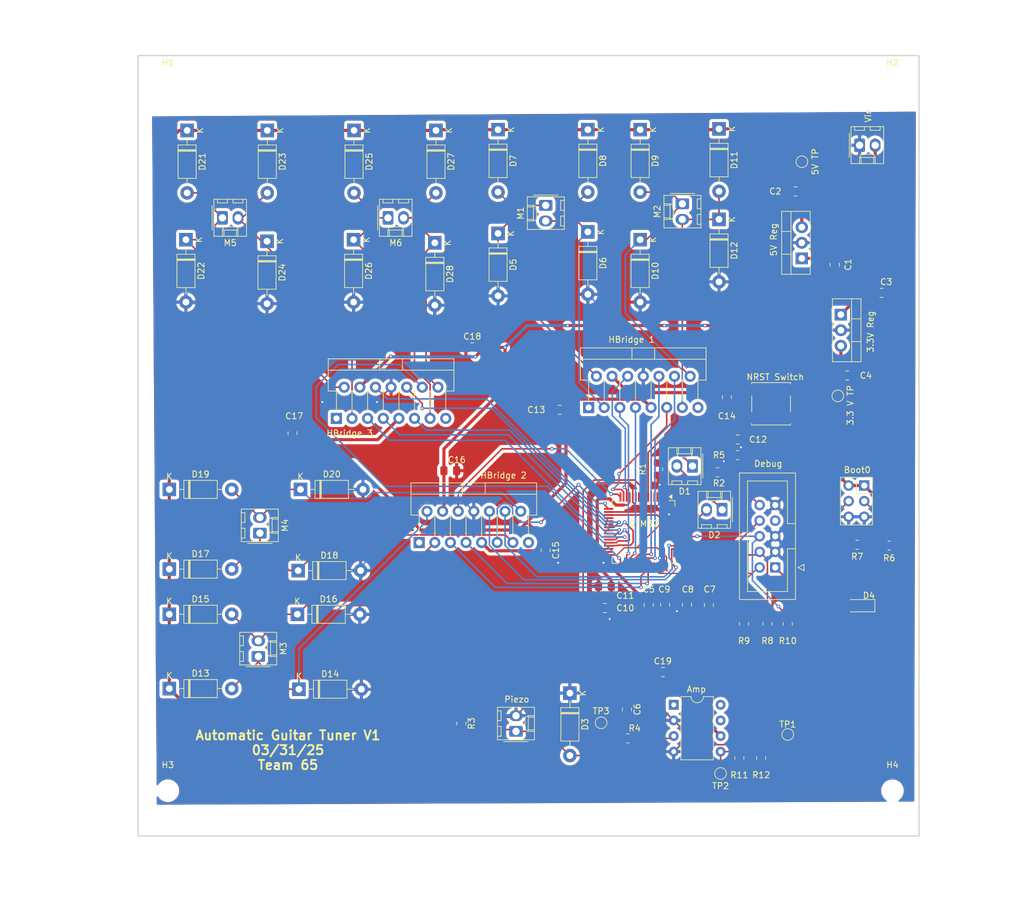
<source format=kicad_pcb>
(kicad_pcb (version 20240108) (generator "pcbnew") (generator_version "8.0")
  (layers (0 "F.Cu" signal) (31 "B.Cu" signal) (34 "B.Paste" user) (35 "F.Paste" user) (36 "B.SilkS" user "B.Silkscreen") (37 "F.SilkS" user "F.Silkscreen") (38 "B.Mask" user) (39 "F.Mask" user) (44 "Edge.Cuts" user))
  (net 0 "")
  (net 1 "GND")
  (net 2 "+9V")
  (net 3 "+5V")
  (net 4 "+3.3V")
  (net 5 "Net-(U2-+)")
  (net 6 "/NRST")
  (net 7 "Net-(D1-A)")
  (net 8 "Net-(D1-K)")
  (net 9 "Net-(D2-A)")
  (net 10 "Net-(D2-K)")
  (net 11 "Net-(D3-A)")
  (net 12 "Net-(D4-A)")
  (net 13 "Net-(D5-K)")
  (net 14 "Net-(D6-K)")
  (net 15 "Net-(D10-K)")
  (net 16 "Net-(D11-A)")
  (net 17 "Net-(D13-A)")
  (net 18 "Net-(D15-A)")
  (net 19 "Net-(D17-A)")
  (net 20 "Net-(D19-A)")
  (net 21 "Net-(D21-A)")
  (net 22 "Net-(D23-A)")
  (net 23 "Net-(D25-A)")
  (net 24 "Net-(D27-A)")
  (net 25 "Net-(J3-Pin_3)")
  (net 26 "Net-(J3-Pin_4)")
  (net 27 "/JTCK{slash}SWCLK")
  (net 28 "/JTDO{slash}TRACESWO")
  (net 29 "/JTDI")
  (net 31 "/JTMS{slash}SWDIO")
  (net 32 "/Amp_Sig")
  (net 36 "/M2En")
  (net 37 "/M1N")
  (net 39 "/M1P")
  (net 41 "/M1En")
  (net 42 "/M2P")
  (net 43 "/M2N")
  (net 45 "/M3P")
  (net 46 "/M4P")
  (net 48 "/M4En")
  (net 49 "/M3N")
  (net 50 "/M4N")
  (net 51 "/M3En")
  (net 52 "/M6N")
  (net 53 "/M5En")
  (net 54 "/M5N")
  (net 56 "/M6En")
  (net 57 "/M6P")
  (net 58 "/M5P")
  (net 87 "Net-(R11-Pad1)")
  (net 88 "Net-(U2-V+)")
  (footprint "Diode_SMD:D_SOD-123" (layer "F.Cu") (at 197.469361 114.415469 180)
    (property "Reference" "D4")
    (property "Value" "MBR0520")
  )
  (footprint "Diode_THT:D_DO-41_SOD81_P10.16mm_Horizontal" (layer "F.Cu") (at 174.481361 51.550469 -90)
    (property "Reference" "D12")
    (property "Value" "1N5817")
  )
  (footprint "Diode_THT:D_DO-41_SOD81_P10.16mm_Horizontal" (layer "F.Cu") (at 85.073361 127.904469)
    (property "Reference" "D13")
    (property "Value" "1N5817")
  )
  (footprint "Package_TO_SOT_THT:TO-220-15_P2.54x2.54mm_StaggerOdd_Lead4.58mm_Vertical" (layer "F.Cu") (at 112.251361 83.935469)
    (property "Reference" "U5" (hide yes))
    (property "Value" "L298N" (hide yes))
  )
  (footprint "Diode_THT:D_DO-41_SOD81_P10.16mm_Horizontal" (layer "F.Cu") (at 174.481361 36.818469 -90)
    (property "Reference" "D11")
    (property "Value" "1N5817")
  )
  (footprint "Diode_THT:D_DO-41_SOD81_P10.16mm_Horizontal" (layer "F.Cu") (at 85.073361 115.812469)
    (property "Reference" "D15")
    (property "Value" "1N5817")
  )
  (footprint "Diode_THT:D_DO-41_SOD81_P10.16mm_Horizontal" (layer "F.Cu") (at 153.145361 36.945469 -90)
    (property "Reference" "D8")
    (property "Value" "1N5817")
  )
  (footprint "Package_TO_SOT_THT:TO-220-15_P2.54x2.54mm_StaggerOdd_Lead4.58mm_Vertical" (layer "F.Cu") (at 153.272361 82.157469)
    (property "Reference" "U3" (hide yes))
    (property "Value" "L298N" (hide yes))
  )
  (footprint "TestPoint:TestPoint_Pad_D1.5mm" (layer "F.Cu") (at 174.735361 141.720469)
    (property "Reference" "TP2")
    (property "Value" "AMP")
  )
  (footprint "Resistor_SMD:R_0805_2012Metric_Pad1.20x1.40mm_HandSolder" (layer "F.Cu") (at 164.575361 92.190469 -90)
    (property "Reference" "R1")
    (property "Value" "2.2k")
  )
  (footprint "Connector_Molex:Molex_KK-254_AE-6410-02A_1x02_P2.54mm_Vertical" (layer "F.Cu") (at 170.163361 91.682469 180)
    (property "Reference" "D1")
    (property "Value" "LED")
  )
  (footprint "Resistor_SMD:R_0805_2012Metric_Pad1.20x1.40mm_HandSolder" (layer "F.Cu") (at 182.355361 117.352469 -90)
    (property "Reference" "R8")
    (property "Value" "100 kOhm")
  )
  (footprint "Diode_THT:D_DO-41_SOD81_P10.16mm_Horizontal" (layer "F.Cu") (at 85.073361 95.492469)
    (property "Reference" "D19")
    (property "Value" "1N5817")
  )
  (footprint "Diode_THT:D_DO-41_SOD81_P10.16mm_Horizontal" (layer "F.Cu") (at 128.253361 55.360469 -90)
    (property "Reference" "D28")
    (property "Value" "1N5817")
  )
  (footprint "MountingHole:MountingHole_3.2mm_M3" (layer "F.Cu") (at 84.836 144.526)
    (property "Reference" "H3")
    (property "Value" "MountingHole")
  )
  (footprint "Capacitor_SMD:C_0805_2012Metric_Pad1.18x1.45mm_HandSolder" (layer "F.Cu") (at 130.771861 92.444469)
    (property "Reference" "C16")
    (property "Value" "100 nF")
  )
  (footprint "Diode_THT:D_DO-41_SOD81_P10.16mm_Horizontal" (layer "F.Cu") (at 161.654361 36.945469 -90)
    (property "Reference" "D9")
    (property "Value" "1N5817")
  )
  (footprint "TestPoint:TestPoint_Pad_D1.5mm" (layer "F.Cu") (at 155.304361 133.465469)
    (property "Reference" "TP3")
    (property "Value" "LPF")
  )
  (footprint "Capacitor_SMD:C_0805_2012Metric_Pad1.18x1.45mm_HandSolder" (layer "F.Cu") (at 148.573361 82.538469)
    (property "Reference" "C13")
    (property "Value" "100 nF")
  )
  (footprint "Resistor_SMD:R_0805_2012Metric_Pad1.20x1.40mm_HandSolder" (layer "F.Cu") (at 177.783361 139.180469 -90)
    (property "Reference" "R11")
    (property "Value" "10 kOhm")
  )
  (footprint "Resistor_SMD:R_0805_2012Metric_Pad1.20x1.40mm_HandSolder" (layer "F.Cu") (at 132.571361 133.576469 -90)
    (property "Reference" "R3")
    (property "Value" "1 MOhm")
  )
  (footprint "Diode_THT:D_DO-41_SOD81_P10.16mm_Horizontal" (layer "F.Cu") (at 115.045361 54.852469 -90)
    (property "Reference" "D26")
    (property "Value" "1N5817")
  )
  (footprint "Capacitor_SMD:C_0805_2012Metric_Pad1.18x1.45mm_HandSolder" (layer "F.Cu") (at 175.751361 80.484969 -90)
    (property "Reference" "C14")
    (property "Value" "100 nF")
  )
  (footprint "TestPoint:TestPoint_Pad_D1.5mm" (layer "F.Cu") (at 185.657361 135.370469)
    (property "Reference" "TP1")
    (property "Value" "GND")
  )
  (footprint "Capacitor_SMD:C_0805_2012Metric_Pad1.18x1.45mm_HandSolder" (layer "F.Cu") (at 172.830361 114.309969 -90)
    (property "Reference" "C7")
    (property "Value" "100 nF")
  )
  (footprint "Package_DIP:DIP-8_W7.62mm" (layer "F.Cu") (at 167.115361 130.544469)
    (property "Reference" "U2" (hide yes))
    (property "Value" "LM386" (hide yes))
  )
  (footprint "Diode_THT:D_DO-41_SOD81_P10.16mm_Horizontal" (layer "F.Cu") (at 138.540361 53.836469 -90)
    (property "Reference" "D5")
    (property "Value" "1N5817")
  )
  (footprint "Package_TO_SOT_THT:TO-220-3_Vertical" (layer "F.Cu") (at 187.943361 57.900469 90)
    (property "Reference" "U1" (hide yes))
    (property "Value" "uA7805" (hide yes))
  )
  (footprint "Package_TO_SOT_THT:TO-220-15_P2.54x2.54mm_StaggerOdd_Lead4.58mm_Vertical" (layer "F.Cu") (at 125.713361 104.128469)
    (property "Reference" "U4" (hide yes))
    (property "Value" "L298N" (hide yes))
  )
  (footprint "Connector_Molex:Molex_KK-254_AE-6410-02A_1x02_P2.54mm_Vertical" (layer "F.Cu") (at 120.633361 51.296469)
    (property "Reference" "J10" (hide yes))
    (property "Value" "M6")
  )
  (footprint "Diode_THT:D_DO-41_SOD81_P10.16mm_Horizontal" (layer "F.Cu") (at 101.007361 37.072469 -90)
    (property "Reference" "D23")
    (property "Value" "1N5817")
  )
  (footprint "Connector_Molex:Molex_KK-254_AE-6410-02A_1x02_P2.54mm_Vertical" (layer "F.Cu") (at 146.287361 49.264469 -90)
    (property "Reference" "J5" (hide yes))
    (property "Value" "M1")
  )
  (footprint "Capacitor_SMD:C_0805_2012Metric_Pad1.18x1.45mm_HandSolder" (layer "F.Cu") (at 155.917861 114.796469 180)
    (property "Reference" "C10")
    (property "Value" "10 nF")
  )
  (footprint "Capacitor_SMD:C_0805_2012Metric_Pad1.18x1.45mm_HandSolder" (layer "F.Cu") (at 105.117861 86.348469 -90)
    (property "Reference" "C17")
    (property "Value" "100 nF")
  )
  (footprint "Package_TO_SOT_THT:TO-220-3_Vertical" (layer "F.Cu") (at 194.293361 67.044469 -90)
    (property "Reference" "U7" (hide yes))
    (property "Value" "LM2937xT" (hide yes))
  )
  (footprint "Connector_Molex:Molex_KK-254_AE-6410-02A_1x02_P2.54mm_Vertical" (layer "F.Cu") (at 174.989361 98.794469 180)
    (property "Reference" "D2")
    (property "Value" "LED")
  )
  (footprint "Diode_THT:D_DO-41_SOD81_P10.16mm_Horizontal" (layer "F.Cu") (at 150.224361 128.639469 -90)
    (property "Reference" "D3")
    (property "Value" "5V_Znr")
  )
  (footprint "Diode_THT:D_DO-41_SOD81_P10.16mm_Horizontal" (layer "F.Cu") (at 106.028361 108.700469)
    (property "Reference" "D18")
    (property "Value" "1N5817")
  )
  (footprint "Diode_THT:D_DO-41_SOD81_P10.16mm_Horizontal" (layer "F.Cu") (at 115.113361 37.072469 -90)
    (property "Reference" "D25")
    (property "Value" "1N5817")
  )
  (footprint "TestPoint:TestPoint_Pad_D1.5mm" (layer "F.Cu") (at 187.96 42.164 90)
    (property "Reference" "TP4" (hide yes))
    (property "Value" "Reg_5" (hide yes))
  )
  (footprint "Capacitor_SMD:C_0805_2012Metric_Pad1.18x1.45mm_HandSolder" (layer "F.Cu") (at 186.944 46.99 180)
    (property "Reference" "C2")
    (property "Value" ".1 uF")
  )
  (footprint "Connector_Molex:Molex_KK-254_AE-6410-02A_1x02_P2.54mm_Vertical" (layer "F.Cu") (at 99.551361 122.670469 90)
    (property "Reference" "J7" (hide yes))
    (property "Value" "M3")
  )
  (footprint "Diode_THT:D_DO-41_SOD81_P10.16mm_Horizontal" (layer "F.Cu") (at 106.409361 95.492469)
    (property "Reference" "D20")
    (property "Value" "1N5817")
  )
  (footprint "Diode_THT:D_DO-41_SOD81_P10.16mm_Horizontal" (layer "F.Cu") (at 106.155361 128.004469)
    (property "Reference" "D14")
    (property "Value" "1N5817")
  )
  (footprint "Resistor_SMD:R_0805_2012Metric_Pad1.20x1.40mm_HandSolder" (layer "F.Cu") (at 181.339361 139.180469 -90)
    (property "Reference" "R12")
    (property "Value" "20 kOhm")
  )
  (footprint "Capacitor_SMD:C_0805_2012Metric_Pad1.18x1.45mm_HandSolder" (layer "F.Cu") (at 159.495361 131.284969 -90)
    (property "Reference" "C6")
    (property "Value" "16 nF")
  )
  (footprint "Diode_THT:D_DO-41_SOD81_P10.16mm_Horizontal" (layer "F.Cu") (at 153.145361 53.582469 -90)
    (property "Reference" "D6")
    (property "Value" "1N5817")
  )
  (footprint "MountingHole:MountingHole_3.2mm_M3" (layer "F.Cu") (at 202.692 30.226)
    (property "Reference" "H2")
    (property "Value" "MountingHole")
  )
  (footprint "Resistor_SMD:R_0805_2012Metric_Pad1.20x1.40mm_HandSolder" (layer "F.Cu") (at 177.502361 89.904469 180)
    (property "Reference" "R5")
    (property "Value" "10 kOhm")
  )
  (footprint "Capacitor_SMD:C_0805_2012Metric_Pad1.18x1.45mm_HandSolder" (layer "F.Cu") (at 195.326 76.962)
    (property "Reference" "C4")
    (property "Value" "10 uF")
  )
  (footprint "Resistor_SMD:R_0805_2012Metric_Pad1.20x1.40mm_HandSolder" (layer "F.Cu") (at 178.545361 117.352469 -90)
    (property "Reference" "R9")
    (property "Value" "100 kOhm")
  )
  (footprint "Diode_THT:D_DO-41_SOD81_P10.16mm_Horizontal" (layer "F.Cu") (at 138.540361 36.945469 -90)
    (property "Reference" "D7")
    (property "Value" "1N5817")
  )
  (footprint "Diode_THT:D_DO-41_SOD81_P10.16mm_Horizontal" (layer "F.Cu") (at 128.439361 37.072469 -90)
    (property "Reference" "D27")
    (property "Value" "1N5817")
  )
  (footprint "Connector_Molex:Molex_KK-254_AE-6410-02A_1x02_P2.54mm_Vertical" (layer "F.Cu") (at 99.805361 102.604469 90)
    (property "Reference" "J8" (hide yes))
    (property "Value" "M4")
  )
  (footprint "Capacitor_SMD:C_0805_2012Metric_Pad1.18x1.45mm_HandSolder" (layer "F.Cu") (at 134.349361 72.378469 180)
    (property "Reference" "C18")
    (property "Value" "100 nF")
  )
  (footprint "Diode_THT:D_DO-41_SOD81_P10.16mm_Horizontal" (layer "F.Cu") (at 105.901361 115.812469)
    (property "Reference" "D16")
    (property "Value" "1N5817")
  )
  (footprint "Resistor_SMD:R_0805_2012Metric_Pad1.20x1.40mm_HandSolder" (layer "F.Cu") (at 202.167361 104.636469)
    (property "Reference" "R6")
    (property "Value" "10 kOhm")
  )
  (footprint "Diode_THT:D_DO-41_SOD81_P10.16mm_Horizontal" (layer "F.Cu") (at 87.971361 37.072469 -90)
    (property "Reference" "D21")
    (property "Value" "1N5817")
  )
  (footprint "Connector_Molex:Molex_KK-254_AE-6410-02A_1x02_P2.54mm_Vertical" (layer "F.Cu") (at 197.341361 39.485469)
    (property "Reference" "J2" (hide yes))
    (property "Value" "9V supply battery or bench" (hide yes))
  )
  (footprint "Button_Switch_SMD:SW_SPST_B3S-1000" (layer "F.Cu") (at 182.952361 81.558469)
    (property "Reference" "SW1" (hide yes))
    (property "Value" "SW_Push" (hide yes))
  )
  (footprint "Capacitor_SMD:C_0805_2012Metric_Pad1.18x1.45mm_HandSolder" (layer "F.Cu") (at 165.358861 125.210469 180)
    (property "Reference" "C19")
    (property "Value" "100 nF")
  )
  (footprint "Resistor_SMD:R_0805_2012Metric_Pad1.20x1.40mm_HandSolder" (layer "F.Cu") (at 159.638361 136.005469)
    (property "Reference" "R4")
    (property "Value" "10 kOhm")
  )
  (footprint "Capacitor_SMD:C_0805_2012Metric_Pad1.18x1.45mm_HandSolder" (layer "F.Cu") (at 155.917861 111.240469 180)
    (property "Reference" "C11")
    (property "Value" "1 uF")
  )
  (footprint "Package_QFP:LQFP-64_10x10mm_P0.5mm" (layer "F.Cu") (at 162.202361 102.410469 -90)
    (property "Reference" "U6" (hide yes))
    (property "Value" "STM32H7B0RBTx" (hide yes))
  )
  (footprint "Connector_Molex:Molex_KK-254_AE-6410-02A_1x02_P2.54mm_Vertical" (layer "F.Cu") (at 168.512361 49.010469 -90)
    (property "Reference" "J6" (hide yes))
    (property "Value" "M2")
  )
  (footprint "Capacitor_SMD:C_0805_2012Metric_Pad1.18x1.45mm_HandSolder" (layer "F.Cu") (at 165.718361 114.266969 -90)
    (property "Reference" "C9")
    (property "Value" "100 nF")
  )
  (footprint "Connector_Molex:Molex_KK-254_AE-6410-02A_1x02_P2.54mm_Vertical" (layer "F.Cu") (at 93.709361 51.296469)
    (property "Reference" "J9" (hide yes))
    (property "Value" "M5")
  )
  (footprint "Diode_THT:D_DO-41_SOD81_P10.16mm_Horizontal" (layer "F.Cu") (at 87.776361 54.852469 -90)
    (property "Reference" "D22")
    (property "Value" "1N5817")
  )
  (footprint "Capacitor_SMD:C_0805_2012Metric_Pad1.18x1.45mm_HandSolder" (layer "F.Cu") (at 146.287361 105.398469 90)
    (property "Reference" "C15")
    (property "Value" "100 nF")
  )
  (footprint "Resistor_SMD:R_0805_2012Metric_Pad1.20x1.40mm_HandSolder" (layer "F.Cu") (at 185.657361 117.352469 -90)
    (property "Reference" "R10")
    (property "Value" "100 kOhm")
  )
  (footprint "Capacitor_SMD:C_0805_2012Metric_Pad1.18x1.45mm_HandSolder" (layer "F.Cu") (at 200.914 63.5)
    (property "Reference" "C3")
    (property "Value" ".1 uF")
  )
  (footprint "Diode_THT:D_DO-41_SOD81_P10.16mm_Horizontal" (layer "F.Cu") (at 161.654361 54.852469 -90)
    (property "Reference" "D10")
    (property "Value" "1N5817")
  )
  (footprint "Resistor_SMD:R_0805_2012Metric_Pad1.20x1.40mm_HandSolder" (layer "F.Cu") (at 174.243361 92.698469)
    (property "Reference" "R2")
    (property "Value" "2.2k")
  )
  (footprint "Connector_PinSocket_2.54mm:PinSocket_2x03_P2.54mm_Vertical" (layer "F.Cu") (at 198.103361 94.857469)
    (property "Reference" "J3" (hide yes))
    (property "Value" "Conn_02x03_Odd_Even" (hide yes))
  )
  (footprint "Diode_THT:D_DO-41_SOD81_P10.16mm_Horizontal" (layer "F.Cu") (at 85.073361 108.455469)
    (property "Reference" "D17")
    (property "Value" "1N5817")
  )
  (footprint "Capacitor_SMD:C_0805_2012Metric_Pad1.18x1.45mm_HandSolder" (layer "F.Cu") (at 193.294 58.928 -90)
    (property "Reference" "C1")
    (property "Value" ".33 uF")
  )
  (footprint "Capacitor_SMD:C_0805_2012Metric_Pad1.18x1.45mm_HandSolder" (layer "F.Cu") (at 169.274361 114.266969 -90)
    (property "Reference" "C8")
    (property "Value" "100 nF")
  )
  (footprint "TestPoint:TestPoint_Pad_D1.5mm" (layer "F.Cu") (at 193.802 80.264 -90)
    (property "Reference" "TP5" (hide yes))
    (property "Value" "Reg_3" (hide yes))
  )
  (footprint "Capacitor_SMD:C_0805_2012Metric_Pad1.18x1.45mm_HandSolder" (layer "F.Cu") (at 163.051361 114.288469 -90)
    (property "Reference" "C5")
    (property "Value" ".1 uF")
  )
  (footprint "Resistor_SMD:R_0805_2012Metric_Pad1.20x1.40mm_HandSolder" (layer "F.Cu") (at 196.960361 104.509469)
    (property "Reference" "R7")
    (property "Value" "10 kOhm")
  )
  (footprint "Diode_THT:D_DO-41_SOD81_P10.16mm_Horizontal" (layer "F.Cu") (at 100.966361 55.106469 -90)
    (property "Reference" "D24")
    (property "Value" "1N5817")
  )
  (footprint "Connector_IDC:IDC-Header_2x05_P2.54mm_Vertical" (layer "F.Cu") (at 183.625361 108.192469 180)
    (property "Reference" "J4" (hide yes))
    (property "Value" "Conn_ARM_JTAG_SWD_10" (hide yes))
  )
  (footprint "Connector_Molex:Molex_KK-254_AE-6410-02A_1x02_P2.54mm_Vertical" (layer "F.Cu") (at 141.461361 134.862469 90)
    (property "Reference" "J1" (hide yes))
    (property "Value" "Piezo" (hide yes))
  )
  (footprint "MountingHole:MountingHole_3.2mm_M3" (layer "F.Cu") (at 84.836 30.226)
    (property "Reference" "H1")
    (property "Value" "MountingHole")
  )
  (footprint "Capacitor_SMD:C_0805_2012Metric_Pad1.18x1.45mm_HandSolder" (layer "F.Cu") (at 177.507861 87.364469)
    (property "Reference" "C12")
    (property "Value" "1 uF")
  )
  (footprint "MountingHole:MountingHole_3.2mm_M3" (layer "F.Cu") (at 202.692 144.526)
    (property "Reference" "H4")
    (property "Value" "MountingHole")
  )
  (gr_rect (start 80.01 24.892) (end 207.01 151.892) (stroke (width 0.2)) (fill none) (layer "Edge.Cuts"))
  (gr_text "Automatic Guitar Tuner V1\n03/31/25\nTeam 65\n" (at 104.377361 141.212469 0) (layer "F.SilkS") (effects (font (size 1.5 1.5) (thickness 0.3) (bold yes)) (justify bottom)))
  (segment (start 183.371361 134.354469) (end 183.371361 135.370469) (width 0.254) (layer "F.Cu") (net 1))
  (segment (start 141.207361 132.576469) (end 141.461361 132.322469) (width 0.254) (layer "F.Cu") (net 1))
  (segment (start 172.195361 145.022469) (end 168.639361 141.466469) (width 0.254) (layer "F.Cu") (net 1))
  (segment (start 168.215361 137.064469) (end 168.242361 137.037469) (width 0.254) (layer "F.Cu") (net 1))
  (segment (start 168.639361 134.608469) (end 168.639361 137.037469) (width 0.254) (layer "F.Cu") (net 1))
  (segment (start 132.571361 132.576469) (end 141.207361 132.576469) (width 0.254) (layer "F.Cu") (net 1))
  (segment (start 156.701361 118.860469) (end 167.877361 118.860469) (width 0.254) (layer "F.Cu") (net 1))
  (segment (start 153.399361 95.746469) (end 153.399361 115.558469) (width 0.254) (layer "F.Cu") (net 1))
  (segment (start 160.452361 94.871469) (end 160.003361 94.422469) (width 0.254) (layer "F.Cu") (net 1))
  (segment (start 168.639361 137.037469) (end 180.196361 137.037469) (width 0.254) (layer "F.Cu") (net 1))
  (segment (start 168.639361 141.466469) (end 168.639361 137.037469) (width 0.254) (layer "F.Cu") (net 1))
  (segment (start 155.028861 128.639469) (end 150.224361 128.639469) (width 0.254) (layer "F.Cu") (net 1))
  (segment (start 168.215361 137.064469) (end 167.115361 138.164469) (width 0.254) (layer "F.Cu") (net 1))
  (segment (start 169.274361 115.304469) (end 167.623361 115.304469) (width 0.254) (layer "F.Cu") (net 1))
  (segment (start 167.877361 118.860469) (end 183.371361 134.354469) (width 0.254) (layer "F.Cu") (net 1))
  (segment (start 181.339361 145.022469) (end 172.195361 145.022469) (width 0.254) (layer "F.Cu") (net 1))
  (segment (start 155.250361 106.995469) (end 155.685361 107.430469) (width 0.254) (layer "F.Cu") (net 1))
  (segment (start 164.829361 94.730469) (end 164.829361 93.444469) (width 0.254) (layer "F.Cu") (net 1))
  (segment (start 154.723361 94.422469) (end 153.399361 95.746469) (width 0.254) (layer "F.Cu") (net 1))
  (segment (start 160.452361 97.581061) (end 161.157769 98.286469) (width 0.254) (layer "F.Cu") (net 1))
  (segment (start 178.545361 87.364469) (end 178.545361 88.154639) (width 0.254) (layer "F.Cu") (net 1))
  (segment (start 160.452361 96.735469) (end 160.452361 94.871469) (width 0.254) (layer "F.Cu") (net 1))
  (segment (start 167.877361 99.160469) (end 166.749361 99.160469) (width 0.254) (layer "F.Cu") (net 1))
  (segment (start 165.452361 108.085469) (end 165.452361 107.239877) (width 0.254) (layer "F.Cu") (net 1))
  (segment (start 178.545361 88.154639) (end 178.054 88.646) (width 0.254) (layer "F.Cu") (net 1))
  (segment (start 163.820361 99.160469) (end 164.694361 98.286469) (width 0.254) (layer "F.Cu") (net 1))
  (segment (start 156.527361 105.660469) (end 155.677361 105.660469) (width 0.254) (layer "F.Cu") (net 1))
  (segment (start 164.829361 93.444469) (end 164.575361 93.190469) (width 0.254) (layer "F.Cu") (net 1))
  (segment (start 165.452361 107.239877) (end 164.880953 106.668469) (width 0.254) (layer "F.Cu") (net 1))
  (segment (start 159.495361 130.247469) (end 164.278361 130.247469) (width 0.254) (layer "F.Cu") (net 1))
  (segment (start 147.281861 107.430469) (end 146.287361 106.435969) (width 0.254) (layer "F.Cu") (net 1))
  (segment (start 145.144361 128.639469) (end 141.461361 132.322469) (width 0.254) (layer "F.Cu") (net 1))
  (segment (start 166.749361 99.160469) (end 166.353361 99.556469) (width 0.254) (layer "F.Cu") (net 1))
  (segment (start 155.250361 106.087469) (end 155.250361 106.995469) (width 0.254) (layer "F.Cu") (net 1))
  (segment (start 154.923361 114.796469) (end 154.880361 114.796469) (width 0.254) (layer "F.Cu") (net 1))
  (segment (start 155.677361 105.660469) (end 155.250361 106.087469) (width 0.254) (layer "F.Cu") (net 1))
  (segment (start 185.657361 135.370469) (end 183.371361 135.370469) (width 0.254) (layer "F.Cu") (net 1))
  (segment (start 183.371361 142.990469) (end 181.339361 145.022469) (width 0.254) (layer "F.Cu") (net 1))
  (segment (start 164.278361 130.247469) (end 167.115361 133.084469) (width 0.254) (layer "F.Cu") (net 1))
  (segment (start 164.880953 106.668469) (end 164.867364 106.668469) (width 0.254) (layer "F.Cu") (net 1))
  (segment (start 155.028861 128.639469) (end 156.636861 130.247469) (width 0.254) (layer "F.Cu") (net 1))
  (segment (start 160.003361 94.422469) (end 154.723361 94.422469) (width 0.254) (layer "F.Cu") (net 1))
  (segment (start 153.399361 115.558469) (end 156.701361 118.860469) (width 0.254) (layer "F.Cu") (net 1))
  (segment (start 150.224361 128.639469) (end 145.144361 128.639469) (width 0.254) (layer "F.Cu") (net 1))
  (segment (start 180.196361 137.037469) (end 181.339361 138.180469) (width 0.254) (layer "F.Cu") (net 1))
  (segment (start 156.636861 130.247469) (end 159.495361 130.247469) (width 0.254) (layer "F.Cu") (net 1))
  (segment (start 183.371361 135.370469) (end 183.371361 142.990469) (width 0.254) (layer "F.Cu") (net 1))
  (segment (start 118.855361 81.268469) (end 118.855361 81.141469) (width 0.254) (layer "F.Cu") (net 1))
  (segment (start 167.115361 133.084469) (end 168.639361 134.608469) (width 0.254) (layer "F.Cu") (net 1))
  (segment (start 105.922861 85.310969) (end 109.965361 81.268469) (width 0.254) (layer "F.Cu") (net 1))
  (segment (start 105.117861 85.310969) (end 105.922861 85.310969) (width 0.254) (layer "F.Cu") (net 1))
  (segment (start 156.527361 99.160469) (end 163.820361 99.160469) (width 0.254) (layer "F.Cu") (net 1))
  (segment (start 118.855361 81.141469) (end 121.141361 78.855469) (width 0.254) (layer "F.Cu") (net 1))
  (segment (start 168.242361 137.037469) (end 168.639361 137.037469) (width 0.254) (layer "F.Cu") (net 1))
  (segment (start 160.452361 96.735469) (end 160.452361 97.581061) (width 0.254) (layer "F.Cu") (net 1))
  (segment (start 175.26 90.932) (end 175.26 92.68183) (width 0.254) (layer "F.Cu") (net 1))
  (segment (start 175.26 92.68183) (end 175.243361 92.698469) (width 0.254) (layer "F.Cu") (net 1))
  (segment (start 148.319361 107.430469) (end 147.281861 107.430469) (width 0.254) (layer "F.Cu") (net 1))
  (segment (start 156.701361 116.574469) (end 154.923361 114.796469) (width 0.254) (layer "F.Cu") (net 1))
  (segment (start 161.157769 98.286469) (end 164.694361 98.286469) (width 0.254) (layer "F.Cu") (net 1))
  (via (at 109.965361 81.268469) (size 0.6) (drill 0.3) (layers "F.Cu" "B.Cu") (net 1))
  (via (at 148.319361 107.430469) (size 0.6) (drill 0.3) (layers "F.Cu" "B.Cu") (net 1))
  (via (at 167.623361 115.304469) (size 0.6) (drill 0.3) (layers "F.Cu" "B.Cu") (net 1))
  (via (at 164.829361 94.730469) (size 0.6) (drill 0.3) (layers "F.Cu" "B.Cu") (net 1))
  (via (at 166.353361 99.556469) (size 0.6) (drill 0.3) (layers "F.Cu" "B.Cu") (net 1))
  (via (at 164.867364 106.668469) (size 0.6) (drill 0.3) (layers "F.Cu" "B.Cu") (net 1))
  (via (at 178.054 88.646) (size 0.6) (drill 0.3) (layers "F.Cu" "B.Cu") (net 1))
  (via (at 156.701361 116.574469) (size 0.6) (drill 0.3) (layers "F.Cu" "B.Cu") (net 1))
  (via (at 118.855361 81.268469) (size 0.6) (drill 0.3) (layers "F.Cu" "B.Cu") (net 1))
  (via (at 175.26 90.932) (size 0.6) (drill 0.3) (layers "F.Cu" "B.Cu") (net 1))
  (via (at 164.694361 98.286469) (size 0.6) (drill 0.3) (layers "F.Cu" "B.Cu") (net 1))
  (via (at 155.685361 107.430469) (size 0.6) (drill 0.3) (layers "F.Cu" "B.Cu") (net 1))
  (segment (start 164.694361 94.865469) (end 164.829361 94.730469) (width 0.254) (layer "B.Cu") (net 1))
  (segment (start 164.694361 98.286469) (end 164.694361 94.865469) (width 0.254) (layer "B.Cu") (net 1))
  (segment (start 186.927361 121.400469) (end 187.181361 121.146469) (width 0.254) (layer "B.Cu") (net 1))
  (segment (start 164.867364 101.042466) (end 166.353361 99.556469) (width 0.254) (layer "B.Cu") (net 1))
  (segment (start 134.603361 99.048469) (end 133.376361 97.821469) (width 0.254) (layer "B.Cu") (net 1))
  (segment (start 88.030361 65.266469) (end 87.776361 65.012469) (width 0.254) (layer "B.Cu") (net 1))
  (segment (start 165.964361 99.556469) (end 164.694361 98.286469) (width 0.254) (layer "B.Cu") (net 1))
  (segment (start 187.181361 121.146469) (end 187.181361 109.208469) (width 0.254) (layer "B.Cu") (net 1))
  (segment (start 173.719361 117.590469) (end 177.529361 121.400469) (width 0.254) (layer "B.Cu") (net 1))
  (segment (start 177.546 88.646) (end 175.26 90.932) (width 0.254) (layer "B.Cu") (net 1))
  (segment (start 157.717361 117.590469) (end 156.701361 116.574469) (width 0.254) (layer "B.Cu") (net 1))
  (segment (start 126.47512 97.821469) (end 116.188361 108.108228) (width 0.254) (layer "B.Cu") (net 1))
  (segment (start 166.353361 99.556469) (end 165.964361 99.556469) (width 0.254) (layer "B.Cu") (net 1))
  (segment (start 162.162361 72.759469) (end 153.145361 63.742469) (width 0.254) (layer "B.Cu") (net 1))
  (segment (start 178.054 88.646) (end 177.546 88.646) (width 0.254) (layer "B.Cu") (net 1))
  (segment (start 177.529361 121.400469) (end 186.927361 121.400469) (width 0.254) (layer "B.Cu") (net 1))
  (segment (start 155.685361 107.430469) (end 148.319361 107.430469) (width 0.254) (layer "B.Cu") (net 1))
  (segment (start 109.965361 81.268469) (end 114.029361 81.268469) (width 0.254) (layer "B.Cu") (net 1))
  (segment (start 164.867364 106.668469) (end 164.867364 101.042466) (width 0.254) (layer "B.Cu") (net 1))
  (segment (start 165.337361 117.590469) (end 173.719361 117.590469) (width 0.254) (layer "B.Cu") (net 1))
  (segment (start 187.181361 109.208469) (end 183.625361 105.652469) (width 0.254) (layer "B.Cu") (net 1))
  (segment (start 116.188361 108.108228) (end 116.188361 108.700469) (width 0.254) (layer "B.Cu") (net 1))
  (segment (start 167.623361 115.304469) (end 165.337361 117.590469) (width 0.254) (layer "B.Cu") (net 1))
  (segment (start 100.966361 65.266469) (end 88.030361 65.266469) (width 0.254) (layer "B.Cu") (net 1))
  (segment (start 165.337361 117.590469) (end 157.717361 117.590469) (width 0.254) (layer "B.Cu") (net 1))
  (segment (start 162.162361 77.077469) (end 162.162361 72.759469) (width 0.254) (layer "B.Cu") (net 1))
  (segment (start 114.029361 81.268469) (end 118.855361 81.268469) (width 0.254) (layer "B.Cu") (net 1))
  (segment (start 133.376361 97.821469) (end 126.47512 97.821469) (width 0.254) (layer "B.Cu") (net 1))
  (segment (start 193.536222 57.8905) (end 199.881361 51.545361) (width 0.508) (layer "F.Cu") (net 2))
  (segment (start 199.898 58.166) (end 199.8765 58.1875) (width 0.508) (layer "F.Cu") (net 2))
  (segment (start 199.881361 51.545361) (end 199.881361 51.557139) (width 0.508) (layer "F.Cu") (net 2))
  (segment (start 175.751361 79.447469) (end 175.454361 79.744469) (width 0.508) (layer "F.Cu") (net 2))
  (segment (start 195.834 62.23) (end 199.898 58.166) (width 0.508) (layer "F.Cu") (net 2))
  (segment (start 187.96 62.23) (end 195.834 62.23) (width 0.508) (layer "F.Cu") (net 2))
  (segment (start 135.386861 73.372969) (end 134.857361 73.902469) (width 0.508) (layer "F.Cu") (net 2))
  (segment (start 199.8765 58.1875) (end 199.8765 63.5) (width 0.508) (layer "F.Cu") (net 2))
  (segment (start 129.734361 92.444469) (end 129.734361 88.888469) (width 0.508) (layer "F.Cu") (net 2))
  (segment (start 182.609361 67.552469) (end 182.609361 72.589469) (width 0.508) (layer "F.Cu") (net 2))
  (segment (start 199.898 58.24133) (end 199.898 58.166) (width 0.508) (layer "F.Cu") (net 2))
  (segment (start 193.294 57.8905) (end 187.95333 57.8905) (width 0.508) (layer "F.Cu") (net 2))
  (segment (start 181.339361 68.822469) (end 182.609361 67.552469) (width 0.508) (layer "F.Cu") (net 2))
  (segment (start 172.195361 68.822469) (end 181.339361 68.822469) (width 0.508) (layer "F.Cu") (net 2))
  (segment (start 139.683361 72.378469) (end 135.386861 72.378469) (width 0.508) (layer "F.Cu") (net 2))
  (segment (start 199.8765 63.5) (end 197.83783 63.5) (width 0.508) (layer "F.Cu") (net 2))
  (segment (start 182.609361 72.589469) (end 175.751361 79.447469) (width 0.508) (layer "F.Cu") (net 2))
  (segment (start 159.749361 79.744469) (end 157.082361 77.077469) (width 0.508) (layer "F.Cu") (net 2))
  (segment (start 129.734361 92.444469) (end 129.734361 98.837469) (width 0.508) (layer "F.Cu") (net 2))
  (segment (start 129.734361 88.888469) (end 139.683361 78.939469) (width 0.508) (layer "F.Cu") (net 2))
  (segment (start 193.294 57.8905) (end 193.536222 57.8905) (width 0.508) (layer "F.Cu") (net 2))
  (segment (start 129.734361 98.837469) (end 129.523361 99.048469) (width 0.508) (layer "F.Cu") (net 2))
  (segment (start 165.591361 68.822469) (end 149.843361 68.822469) (width 0.508) (layer "F.Cu") (net 2))
  (segment (start 199.898 51.562) (end 199.881361 51.545361) (width 0.508) (layer "F.Cu") (net 2))
  (segment (start 135.386861 72.378469) (end 135.386861 73.372969) (width 0.508) (layer "F.Cu") (net 2))
  (segment (start 175.454361 79.744469) (end 159.749361 79.744469) (width 0.508) (layer "F.Cu") (net 2))
  (segment (start 197.83783 63.5) (end 194.293361 67.044469) (width 0.508) (layer "F.Cu") (net 2))
  (segment (start 199.881361 39.485469) (end 199.881361 51.545361) (width 0.508) (layer "F.Cu") (net 2))
  (segment (start 184.641361 65.520469) (end 182.609361 67.552469) (width 0.508) (layer "F.Cu") (net 2))
  (segment (start 139.683361 78.939469) (end 139.683361 72.378469) (width 0.508) (layer "F.Cu") (net 2))
  (segment (start 184.669531 65.520469) (end 187.96 62.23) (width 0.508) (layer "F.Cu") (net 2))
  (segment (start 116.061361 78.855469) (end 121.077861 73.838969) (width 0.508) (layer "F.Cu") (net 2))
  (segment (start 187.95333 57.8905) (end 187.943361 57.900469) (width 0.508) (layer "F.Cu") (net 2))
  (segment (start 199.898 58.166) (end 199.898 51.562) (width 0.508) (layer "F.Cu") (net 2))
  (segment (start 184.641361 65.520469) (end 184.669531 65.520469) (width 0.508) (layer "F.Cu") (net 2))
  (via (at 134.857361 73.902469) (size 0.6) (drill 0.3) (layers "F.Cu" "B.Cu") (net 2))
  (via (at 139.683361 72.378469) (size 0.6) (drill 0.3) (layers "F.Cu" "B.Cu") (net 2))
  (via (at 121.077861 73.838969) (size 0.6) (drill 0.3) (layers "F.Cu" "B.Cu") (net 2))
  (via (at 165.591361 68.822469) (size 0.6) (drill 0.3) (layers "F.Cu" "B.Cu") (net 2))
  (via (at 172.195361 68.822469) (size 0.6) (drill 0.3) (layers "F.Cu" "B.Cu") (net 2))
  (via (at 149.843361 68.822469) (size 0.6) (drill 0.3) (layers "F.Cu" "B.Cu") (net 2))
  (segment (start 149.843361 68.822469) (end 143.239361 68.822469) (width 0.508) (layer "B.Cu") (net 2))
  (segment (start 143.239361 68.822469) (end 139.683361 72.378469) (width 0.508) (layer "B.Cu") (net 2))
  (segment (start 134.857361 73.902469) (end 121.141361 73.902469) (width 0.508) (layer "B.Cu") (net 2))
  (segment (start 121.141361 73.902469) (end 121.077861 73.838969) (width 0.508) (layer "B.Cu") (net 2))
  (segment (start 172.195361 68.822469) (end 165.591361 68.822469) (width 0.508) (layer "B.Cu") (net 2))
  (segment (start 85.073361 95.492469) (end 85.073361 93.106469) (width 0.508) (layer "F.Cu") (net 3))
  (segment (start 84.919361 87.872469) (end 85.327361 87.872469) (width 0.508) (layer "F.Cu") (net 3))
  (segment (start 136.381361 122.416469) (end 127.745361 131.052469) (width 0.508) (layer "F.Cu") (net 3))
  (segment (start 187.943361 47.028139) (end 187.9815 46.99) (width 0.508) (layer "F.Cu") (net 3))
  (segment (start 87.971361 37.072469) (end 86.671361 37.072469) (width 0.508) (layer "F.Cu") (net 3))
  (segment (start 146.287361 104.360969) (end 146.287361 103.874469) (width 0.508) (layer "F.Cu") (net 3))
  (segment (start 161.654361 36.945469) (end 153.145361 36.945469) (width 0.508) (layer "F.Cu") (net 3))
  (segment (start 115.045361 91.174469) (end 105.371861 91.174469) (width 0.508) (layer "F.Cu") (net 3))
  (segment (start 149.610861 82.538469) (end 151.345861 80.803469) (width 0.508) (layer "F.Cu") (net 3))
  (segment (start 141.969361 102.096469) (end 125.967361 102.096469) (width 0.508) (layer "F.Cu") (net 3))
  (segment (start 151.345861 80.803469) (end 162.078361 80.803469) (width 0.508) (layer "F.Cu") (net 3))
  (segment (start 84.919361 38.824469) (end 84.919361 87.872469) (width 0.508) (layer "F.Cu") (net 3))
  (segment (start 162.078361 80.803469) (end 163.432361 82.157469) (width 0.508) (layer "F.Cu") (net 3))
  (segment (start 85.073361 127.904469) (end 85.073361 115.812469) (width 0.508) (layer "F.Cu") (net 3))
  (segment (start 85.073361 95.492469) (end 85.073361 108.455469) (width 0.508) (layer "F.Cu") (net 3))
  (segment (start 128.566361 36.945469) (end 128.439361 37.072469) (width 0.508) (layer "F.Cu") (net 3))
  (segment (start 101.583361 87.385969) (end 105.117861 87.385969) (width 0.508) (layer "F.Cu") (net 3))
  (segment (start 138.540361 36.945469) (end 153.145361 36.945469) (width 0.508) (layer "F.Cu") (net 3))
  (segment (start 161.527361 122.416469) (end 136.381361 122.416469) (width 0.508) (layer "F.Cu") (net 3))
  (segment (start 85.073361 93.106469) (end 84.919361 92.952469) (width 0.508) (layer "F.Cu") (net 3))
  (segment (start 115.113361 37.072469) (end 128.439361 37.072469) (width 0.508) (layer "F.Cu") (net 3))
  (segment (start 138.540361 36.945469) (end 128.566361 36.945469) (width 0.508) (layer "F.Cu") (net 3))
  (segment (start 88.221361 131.052469) (end 85.073361 127.904469) (width 0.508) (layer "F.Cu") (net 3))
  (segment (start 143.239361 100.826469) (end 149.589361 94.476469) (width 0.508) (layer "F.Cu") (net 3))
  (segment (start 85.327361 87.872469) (end 85.813861 87.385969) (width 0.508) (layer "F.Cu") (net 3))
  (segment (start 118.960861 87.385969) (end 122.411361 83.935469) (width 0.508) (layer "F.Cu") (net 3))
  (segment (start 164.321361 125.210469) (end 161.527361 122.416469) (width 0.508) (layer "F.Cu") (net 3))
  (segment (start 187.96 42.164) (end 186.176892 42.164) (width 0.508) (layer "F.Cu") (net 3))
  (segment (start 143.239361 100.826469) (end 141.969361 102.096469) (width 0.508) (layer "F.Cu") (net 3))
  (segment (start 105.371861 91.174469) (end 101.583361 87.385969) (width 0.508) (layer "F.Cu") (net 3))
  (segment (start 187.9815 42.1855) (end 187.96 42.164) (width 0.508) (layer "F.Cu") (net 3))
  (segment (start 149.589361 84.316469) (end 149.610861 84.294969) (width 0.508) (layer "F.Cu") (net 3))
  (segment (start 146.287361 103.874469) (end 143.239361 100.826469) (width 0.508) (layer "F.Cu") (net 3))
  (segment (start 174.481361 36.818469) (end 180.831361 36.818469) (width 0.508) (layer "F.Cu") (net 3))
  (segment (start 187.9815 46.99) (end 187.9815 42.1855) (width 0.508) (layer "F.Cu") (net 3))
  (segment (start 137.227361 105.482469) (end 135.873361 104.128469) (width 0.508) (layer "F.Cu") (net 3))
  (segment (start 86.671361 37.072469) (end 84.919361 38.824469) (width 0.508) (layer "F.Cu") (net 3))
  (segment (start 146.287361 104.360969) (end 145.165861 105.482469) (width 0.508) (layer "F.Cu") (net 3))
  (segment (start 149.589361 94.476469) (end 149.589361 84.316469) (width 0.508) (layer "F.Cu") (net 3))
  (segment (start 85.813861 87.385969) (end 101.583361 87.385969) (width 0.508) (layer "F.Cu") (net 3))
  (segment (start 127.745361 131.052469) (end 88.221361 131.052469) (width 0.508) (layer "F.Cu") (net 3))
  (segment (start 87.971361 37.072469) (end 101.007361 37.072469) (width 0.508) (layer "F.Cu") (net 3))
  (segment (start 85.073361 108.455469) (end 85.073361 115.812469) (width 0.508) (layer "F.Cu") (net 3))
  (segment (start 125.967361 102.096469) (end 115.045361 91.174469) (width 0.508) (layer "F.Cu") (net 3))
  (segment (start 105.117861 87.385969) (end 118.960861 87.385969) (width 0.508) (layer "F.Cu") (net 3))
  (segment (start 187.943361 52.820469) (end 187.943361 47.028139) (width 0.508) (layer "F.Cu") (net 3))
  (segment (start 101.007361 37.072469) (end 115.113361 37.072469) (width 0.508) (layer "F.Cu") (net 3))
  (segment (start 161.654361 36.945469) (end 174.354361 36.945469) (width 0.508) (layer "F.Cu") (net 3))
  (segment (start 149.610861 84.294969) (end 149.610861 82.538469) (width 0.508) (layer "F.Cu") (net 3))
  (segment (start 174.354361 36.945469) (end 174.481361 36.818469) (width 0.508) (layer "F.Cu") (net 3))
  (segment (start 84.919361 87.872469) (end 84.919361 92.952469) (width 0.508) (layer "F.Cu") (net 3))
  (segment (start 145.165861 105.482469) (end 137.227361 105.482469) (width 0.508) (layer "F.Cu") (net 3))
  (segment (start 186.176892 42.164) (end 180.831361 36.818469) (width 0.508) (layer "F.Cu") (net 3))
  (segment (start 194.293361 72.124469) (end 194.293361 76.957139) (width 0.508) (layer "F.Cu") (net 4))
  (segment (start 166.233361 98.660469) (end 167.877361 98.660469) (width 0.254) (layer "F.Cu") (net 4))
  (segment (start 156.527361 106.160469) (end 156.527361 106.264469) (width 0.2) (layer "F.Cu") (net 4))
  (segment (start 167.877361 100.660469) (end 165.425361 100.660469) (width 0.254) (layer "F.Cu") (net 4))
  (segment (start 159.500953 98.032469) (end 159.952361 97.581061) (width 0.254) (layer "F.Cu") (net 4))
  (segment (start 178.545361 118.352469) (end 182.355361 118.352469) (width 0.508) (layer "F.Cu") (net 4))
  (segment (start 164.421361 104.990469) (end 161.095361 104.990469) (width 0.2) (layer "F.Cu") (net 4))
  (segment (start 158.987361 98.032469) (end 159.500953 98.032469) (width 0.254) (layer "F.Cu") (net 4))
  (segment (start 199.119361 115.050469) (end 199.119361 114.415469) (width 0.508) (layer "F.Cu") (net 4))
  (segment (start 157.209361 114.796469) (end 156.955361 114.796469) (width 0.508) (layer "F.Cu") (net 4))
  (segment (start 165.952361 107.278059) (end 165.952361 108.085469) (width 0.2) (layer "F.Cu") (net 4))
  (segment (start 156.955361 114.796469) (end 156.955361 111.240469) (width 0.508) (layer "F.Cu") (net 4))
  (segment (start 165.952361 106.521469) (end 164.421361 104.990469) (width 0.2) (layer "F.Cu") (net 4))
  (segment (start 164.425361 99.660469) (end 164.829361 100.064469) (width 0.254) (layer "F.Cu") (net 4))
  (segment (start 194.293361 76.957139) (end 194.2885 76.962) (width 0.508) (layer "F.Cu") (net 4))
  (segment (start 172.830361 113.272469) (end 173.465361 113.272469) (width 0.508) (layer "F.Cu") (net 4))
  (segment (start 164.829361 100.064469) (end 166.233361 98.660469) (width 0.254) (layer "F.Cu") (net 4))
  (segment (start 161.095361 104.990469) (end 165.425361 100.660469) (width 0.2) (layer "F.Cu") (net 4))
  (segment (start 199.119361 114.415469) (end 199.500361 114.415469) (width 0.508) (layer "F.Cu") (net 4))
  (segment (start 159.054832 104.990469) (end 161.095361 104.990469) (width 0.2) (layer "F.Cu") (net 4))
  (segment (start 156.527361 106.160469) (end 157.884832 106.160469) (width 0.2) (layer "F.Cu") (net 4))
  (segment (start 194.2885 79.7775) (end 193.802 80.264) (width 0.508) (layer "F.Cu") (net 4))
  (segment (start 157.717361 98.032469) (end 156.701361 97.016469) (width 0.508) (layer "F.Cu") (net 4))
  (segment (start 194.2885 76.962) (end 194.2885 79.7775) (width 0.508) (layer "F.Cu") (net 4))
  (segment (start 154.669361 107.938469) (end 156.955361 110.224469) (width 0.508) (layer "F.Cu") (net 4))
  (segment (start 154.669361 97.270469) (end 154.669361 107.938469) (width 0.508) (layer "F.Cu") (net 4))
  (segment (start 173.465361 113.272469) (end 176.513361 116.320469) (width 0.508) (layer "F.Cu") (net 4))
  (segment (start 191.689861 90.983969) (end 195.563361 94.857469) (width 0.508) (layer "F.Cu") (net 4))
  (segment (start 190.610361 83.455639) (end 190.610361 89.904469) (width 0.508) (layer "F.Cu") (net 4))
  (segment (start 165.952361 108.085469) (end 165.952361 106.521469) (width 0.2) (layer "F.Cu") (net 4))
  (segment (start 156.527361 99.660469) (end 164.425361 99.660469) (width 0.254) (layer "F.Cu") (net 4))
  (segment (start 195.817361 118.352469) (end 199.119361 115.050469) (width 0.508) (layer "F.Cu") (net 4))
  (segment (start 163.051361 113.250969) (end 162.092663 113.250969) (width 0.508) (layer "F.Cu") (net 4))
  (segment (start 156.955361 110.224469) (end 156.955361 111.240469) (width 0.508) (layer "F.Cu") (net 4))
  (segment (start 176.513361 116.320469) (end 178.545361 118.352469) (width 0.508) (layer "F.Cu") (net 4))
  (segment (start 158.987361 98.032469) (end 157.717361 98.032469) (width 0.508) (layer "F.Cu") (net 4))
  (segment (start 178.502361 89.904469) (end 190.610361 89.904469) (width 0.508) (layer "F.Cu") (net 4))
  (segment (start 176.005361 116.828469) (end 159.241361 116.828469) (width 0.508) (layer "F.Cu") (net 4))
  (segment (start 165.718361 113.229469) (end 166.607361 113.229469) (width 0.508) (layer "F.Cu") (net 4))
  (segment (start 198.103361 94.857469) (end 204.770861 101.524969) (width 0.508) (layer "F.Cu") (net 4))
  (segment (start 156.527361 107.685667) (end 156.527361 106.264469) (width 0.508) (layer "F.Cu") (net 4))
  (segment (start 156.701361 97.016469) (end 154.923361 97.016469) (width 0.508) (layer "F.Cu") (net 4))
  (segment (start 185.657361 118.352469) (end 195.817361 118.352469) (width 0.508) (layer "F.Cu") (net 4))
  (segment (start 165.718361 113.229469) (end 163.072861 113.229469) (width 0.508) (layer "F.Cu") (net 4))
  (segment (start 204.834361 109.081469) (end 204.834361 101.588469) (width 0.508) (layer "F.Cu") (net 4))
  (segment (start 159.952361 97.581061) (end 159.952361 96.735469) (width 0.254) (layer "F.Cu") (net 4))
  (segment (start 165.425361 100.660469) (end 164.829361 100.064469) (width 0.254) (layer "F.Cu") (net 4))
  (segment (start 204.834361 101.588469) (end 204.770861 101.524969) (width 0.508) (layer "F.Cu") (net 4))
  (segment (start 154.923361 97.016469) (end 154.669361 97.270469) (width 0.508) (layer "F.Cu") (net 4))
  (segment (start 166.607361 113.229469) (end 169.274361 113.229469) (width 0.508) (layer "F.Cu") (net 4))
  (segment (start 190.610361 89.904469) (end 191.689861 90.983969) (width 0.508) (layer "F.Cu") (net 4))
  (segment (start 162.092663 113.250969) (end 156.527361 107.685667) (width 0.508) (layer "F.Cu") (net 4))
  (segment (start 199.500361 114.415469) (end 204.834361 109.081469) (width 0.508) (layer "F.Cu") (net 4))
  (segment (start 163.072861 113.229469) (end 163.051361 113.250969) (width 0.508) (layer "F.Cu") (net 4))
  (segment (start 176.513361 116.320469) (end 176.005361 116.828469) (width 0.508) (layer "F.Cu") (net 4))
  (segment (start 157.884832 106.160469) (end 159.054832 104.990469) (width 0.2) (layer "F.Cu") (net 4))
  (segment (start 159.241361 116.828469) (end 157.209361 114.796469) (width 0.508) (layer "F.Cu") (net 4))
  (segment (start 193.802 80.264) (end 190.610361 83.455639) (width 0.508) (layer "F.Cu") (net 4))
  (segment (start 172.787361 113.229469) (end 172.830361 113.272469) (width 0.508) (layer "F.Cu") (net 4))
  (segment (start 195.563361 94.857469) (end 198.103361 94.857469) (width 0.508) (layer "F.Cu") (net 4))
  (segment (start 169.274361 113.229469) (end 172.787361 113.229469) (width 0.508) (layer "F.Cu") (net 4))
  (segment (start 182.355361 118.352469) (end 185.657361 118.352469) (width 0.508) (layer "F.Cu") (net 4))
  (segment (start 155.304361 133.465469) (end 156.447361 132.322469) (width 0.254) (layer "F.Cu") (net 5))
  (segment (start 156.447361 132.322469) (end 159.495361 132.322469) (width 0.254) (layer "F.Cu") (net 5))
  (segment (start 160.638361 136.005469) (end 166.734361 136.005469) (width 0.254) (layer "F.Cu") (net 5))
  (segment (start 166.734361 136.005469) (end 167.115361 135.624469) (width 0.254) (layer "F.Cu") (net 5))
  (segment (start 159.495361 134.862469) (end 160.638361 136.005469) (width 0.254) (layer "F.Cu") (net 5))
  (segment (start 159.495361 132.322469) (end 159.495361 134.862469) (width 0.254) (layer "F.Cu") (net 5))
  (segment (start 176.470361 87.364469) (end 176.470361 86.315469) (width 0.254) (layer "F.Cu") (net 6))
  (segment (start 176.470361 87.364469) (end 165.083361 87.364469) (width 0.254) (layer "F.Cu") (net 6))
  (segment (start 162.952361 89.495469) (end 162.952361 96.735469) (width 0.254) (layer "F.Cu") (net 6))
  (segment (start 176.502361 87.396469) (end 176.470361 87.364469) (width 0.254) (layer "F.Cu") (net 6))
  (segment (start 176.502361 89.904469) (end 176.502361 93.449469) (width 0.254) (layer "F.Cu") (net 6))
  (segment (start 176.502361 93.449469) (end 181.085361 98.032469) (width 0.254) (layer "F.Cu") (net 6))
  (segment (start 178.977361 83.808469) (end 186.927361 83.808469) (width 0.254) (layer "F.Cu") (net 6))
  (segment (start 176.470361 86.315469) (end 178.977361 83.808469) (width 0.254) (layer "F.Cu") (net 6))
  (segment (start 165.083361 87.364469) (end 162.952361 89.495469) (width 0.254) (layer "F.Cu") (net 6))
  (segment (start 176.502361 89.904469) (end 176.502361 87.396469) (width 0.254) (layer "F.Cu") (net 6))
  (segment (start 169.401361 93.460469) (end 167.623361 91.682469) (width 0.254) (layer "F.Cu") (net 7))
  (segment (start 167.877361 101.660469) (end 168.941309 101.660469) (width 0.254) (layer "F.Cu") (net 7))
  (segment (start 169.401361 101.200417) (end 169.401361 93.460469) (width 0.254) (layer "F.Cu") (net 7))
  (segment (start 168.941309 101.660469) (end 169.401361 101.200417) (width 0.254) (layer "F.Cu") (net 7))
  (segment (start 164.575361 91.190469) (end 165.861361 89.904469) (width 0.254) (layer "F.Cu") (net 8))
  (segment (start 165.861361 89.904469) (end 168.385361 89.904469) (width 0.254) (layer "F.Cu") (net 8))
  (segment (start 168.385361 89.904469) (end 170.163361 91.682469) (width 0.254) (layer "F.Cu") (net 8))
  (segment (start 169.083361 102.160469) (end 167.877361 102.160469) (width 0.254) (layer "F.Cu") (net 9))
  (segment (start 172.449361 98.794469) (end 169.083361 102.160469) (width 0.254) (layer "F.Cu") (net 9))
  (segment (start 173.243361 92.698469) (end 173.243361 97.048469) (width 0.254) (layer "F.Cu") (net 10))
  (segment (start 173.243361 97.048469) (end 174.989361 98.794469) (width 0.254) (layer "F.Cu") (net 10))
  (segment (start 132.571361 134.576469) (end 141.175361 134.576469) (width 0.254) (layer "F.Cu") (net 11))
  (segment (start 146.287361 134.862469) (end 150.224361 138.799469) (width 0.254) (layer "F.Cu") (net 11))
  (segment (start 141.461361 134.862469) (end 146.287361 134.862469) (width 0.254) (layer "F.Cu") (net 11))
  (segment (start 141.175361 134.576469) (end 141.461361 134.862469) (width 0.254) (layer "F.Cu") (net 11))
  (segment (start 155.844361 138.799469) (end 158.638361 136.005469) (width 0.254) (layer "F.Cu") (net 11))
  (segment (start 150.224361 138.799469) (end 155.844361 138.799469) (width 0.254) (layer "F.Cu") (net 11))
  (segment (start 195.819361 114.415469) (end 189.848361 114.415469) (width 0.254) (layer "F.Cu") (net 12))
  (segment (start 189.848361 114.415469) (end 183.625361 108.192469) (width 0.254) (layer "F.Cu") (net 12))
  (segment (start 138.540361 47.105469) (end 140.699361 49.264469) (width 0.254) (layer "F.Cu") (net 13))
  (segment (start 138.540361 61.075469) (end 154.542361 77.077469) (width 0.254) (layer "F.Cu") (net 13))
  (segment (start 138.540361 53.836469) (end 138.540361 61.075469) (width 0.254) (layer "F.Cu") (net 13))
  (segment (start 138.540361 53.709469) (end 142.985361 49.264469) (width 0.254) (layer "F.Cu") (net 13))
  (segment (start 142.985361 49.264469) (end 146.287361 49.264469) (width 0.254) (layer "F.Cu") (net 13))
  (segment (start 138.540361 53.836469) (end 138.540361 53.709469) (width 0.254) (layer "F.Cu") (net 13))
  (segment (start 140.699361 49.264469) (end 142.985361 49.264469) (width 0.254) (layer "F.Cu") (net 13))
  (segment (start 151.367361 51.804469) (end 151.367361 48.883469) (width 0.254) (layer "F.Cu") (net 14))
  (segment (start 151.367361 48.883469) (end 153.145361 47.105469) (width 0.254) (layer "F.Cu") (net 14))
  (segment (start 146.287361 51.804469) (end 151.367361 51.804469) (width 0.254) (layer "F.Cu") (net 14))
  (segment (start 151.367361 51.804469) (end 153.145361 53.582469) (width 0.254) (layer "F.Cu") (net 14))
  (segment (start 153.145361 53.582469) (end 151.718361 55.009469) (width 0.254) (layer "B.Cu") (net 14))
  (segment (start 151.718361 78.063469) (end 155.812361 82.157469) (width 0.254) (layer "B.Cu") (net 14))
  (segment (start 151.718361 55.009469) (end 151.718361 78.063469) (width 0.254) (layer "B.Cu") (net 14))
  (segment (start 161.654361 54.852469) (end 162.670361 54.852469) (width 0.254) (layer "F.Cu") (net 15))
  (segment (start 161.654361 47.105469) (end 166.607361 47.105469) (width 0.254) (layer "F.Cu") (net 15))
  (segment (start 162.670361 54.852469) (end 168.512361 49.010469) (width 0.254) (layer "F.Cu") (net 15))
  (segment (start 166.607361 47.105469) (end 168.512361 49.010469) (width 0.254) (layer "F.Cu") (net 15))
  (segment (start 161.654361 54.852469) (end 159.241361 57.265469) (width 0.254) (layer "B.Cu") (net 15))
  (segment (start 159.241361 66.790469) (end 168.512361 76.061469) (width 0.254) (layer "B.Cu") (net 15))
  (segment (start 168.512361 76.061469) (end 168.512361 82.157469) (width 0.254) (layer "B.Cu") (net 15))
  (segment (start 159.241361 57.265469) (end 159.241361 66.790469) (width 0.254) (layer "B.Cu") (net 15))
  (segment (start 168.512361 51.550469) (end 168.512361 75.807469) (width 0.254) (layer "F.Cu") (net 16))
  (segment (start 168.512361 75.807469) (end 169.782361 77.077469) (width 0.254) (layer "F.Cu") (net 16))
  (segment (start 174.481361 46.978469) (end 174.481361 51.550469) (width 0.254) (layer "F.Cu") (net 16))
  (segment (start 168.512361 51.550469) (end 174.481361 51.550469) (width 0.254) (layer "F.Cu") (net 16))
  (segment (start 95.233361 127.904469) (end 99.551361 123.586469) (width 0.254) (layer "F.Cu") (net 17))
  (segment (start 99.551361 123.586469) (end 99.551361 122.670469) (width 0.254) (layer "F.Cu") (net 17))
  (segment (start 106.155361 128.004469) (end 103.969361 128.004469) (width 0.254) (layer "F.Cu") (net 17))
  (segment (start 103.969361 128.004469) (end 99.551361 123.586469) (width 0.254) (layer "F.Cu") (net 17))
  (segment (start 126.983361 100.572469) (end 126.983361 99.048469) (width 0.254) (layer "B.Cu") (net 17))
  (segment (start 106.155361 128.004469) (end 106.155361 121.400469) (width 0.254) (layer "B.Cu") (net 17))
  (segment (start 106.155361 121.400469) (end 126.983361 100.572469) (width 0.254) (layer "B.Cu") (net 17))
  (segment (start 107.328361 114.385469) (end 117.996361 114.385469) (width 0.254) (layer "F.Cu") (net 18))
  (segment (start 103.869361 115.812469) (end 99.551361 120.130469) (width 0.254) (layer "F.Cu") (net 18))
  (segment (start 95.233361 115.812469) (end 99.551361 120.130469) (width 0.254) (layer "F.Cu") (net 18))
  (segment (start 117.996361 114.385469) (end 128.253361 104.128469) (width 0.254) (layer "F.Cu") (net 18))
  (segment (start 105.901361 115.812469) (end 103.869361 115.812469) (width 0.254) (layer "F.Cu") (net 18))
  (segment (start 105.901361 115.812469) (end 107.328361 114.385469) (width 0.254) (layer "F.Cu") (net 18))
  (segment (start 99.805361 103.883469) (end 99.805361 102.604469) (width 0.254) (layer "F.Cu") (net 19))
  (segment (start 104.622361 108.700469) (end 99.805361 103.883469) (width 0.254) (layer "F.Cu") (net 19))
  (segment (start 111.827361 102.901469) (end 139.726361 102.901469) (width 0.254) (layer "F.Cu") (net 19))
  (segment (start 106.028361 108.700469) (end 111.827361 102.901469) (width 0.254) (layer "F.Cu") (net 19))
  (segment (start 106.028361 108.700469) (end 104.622361 108.700469) (width 0.254) (layer "F.Cu") (net 19))
  (segment (start 139.726361 102.901469) (end 140.953361 104.128469) (width 0.254) (layer "F.Cu") (net 19))
  (segment (start 95.233361 108.455469) (end 99.805361 103.883469) (width 0.254) (layer "F.Cu") (net 19))
  (segment (start 104.377361 95.492469) (end 99.805361 100.064469) (width 0.254) (layer "F.Cu") (net 20))
  (segment (start 95.233361 95.492469) (end 99.805361 100.064469) (width 0.254) (layer "F.Cu") (net 20))
  (segment (start 106.409361 95.492469) (end 104.377361 95.492469) (width 0.254) (layer "F.Cu") (net 20))
  (segment (start 117.160444 96.919469) (end 118.079444 96.000469) (width 0.254) (layer "B.Cu") (net 20))
  (segment (start 118.079444 96.000469) (end 139.175361 96.000469) (width 0.254) (layer "B.Cu") (net 20))
  (segment (start 107.836361 96.919469) (end 117.160444 96.919469) (width 0.254) (layer "B.Cu") (net 20))
  (segment (start 106.409361 95.492469) (end 107.836361 96.919469) (width 0.254) (layer "B.Cu") (net 20))
  (segment (start 139.175361 96.000469) (end 142.223361 99.048469) (width 0.254) (layer "B.Cu") (net 20))
  (segment (start 89.645361 47.232469) (end 93.709361 51.296469) (width 0.254) (layer "F.Cu") (net 21))
  (segment (start 111.779361 78.855469) (end 113.521361 78.855469) (width 0.254) (layer "F.Cu") (net 21))
  (segment (start 87.776361 54.852469) (end 111.779361 78.855469) (width 0.254) (layer "F.Cu") (net 21))
  (segment (start 90.153361 54.852469) (end 93.709361 51.296469) (width 0.254) (layer "F.Cu") (net 21))
  (segment (start 87.971361 47.232469) (end 89.645361 47.232469) (width 0.254) (layer "F.Cu") (net 21))
  (segment (start 87.776361 54.852469) (end 90.153361 54.852469) (width 0.254) (layer "F.Cu") (net 21))
  (segment (start 100.966361 55.106469) (end 100.059361 55.106469) (width 0.254) (layer "F.Cu") (net 22))
  (segment (start 101.007361 47.232469) (end 96.943361 51.296469) (width 0.254) (layer "F.Cu") (net 22))
  (segment (start 100.059361 55.106469) (end 98.789361 53.836469) (width 0.254) (layer "F.Cu") (net 22))
  (segment (start 114.791361 69.838469) (end 114.791361 83.935469) (width 0.254) (layer "F.Cu") (net 22))
  (segment (start 98.789361 53.836469) (end 114.791361 69.838469) (width 0.254) (layer "F.Cu") (net 22))
  (segment (start 96.943361 51.296469) (end 96.249361 51.296469) (width 0.254) (layer "F.Cu") (net 22))
  (segment (start 98.789361 53.836469) (end 96.249361 51.296469) (width 0.254) (layer "F.Cu") (net 22))
  (segment (start 115.553361 54.852469) (end 119.143361 51.262469) (width 0.254) (layer "F.Cu") (net 23))
  (segment (start 124.951361 64.758469) (end 124.951361 75.850228) (width 0.254) (layer "F.Cu") (net 23))
  (segment (start 119.177361 51.296469) (end 120.633361 51.296469) (width 0.254) (layer "F.Cu") (net 23))
  (segment (start 119.143361 51.262469) (end 119.177361 51.296469) (width 0.254) (layer "F.Cu") (net 23))
  (segment (start 124.951361 75.850228) (end 127.491361 78.390228) (width 0.254) (layer "F.Cu") (net 23))
  (segment (start 127.491361 78.390228) (end 127.491361 83.935469) (width 0.254) (layer "F.Cu") (net 23))
  (segment (start 115.045361 54.852469) (end 124.951361 64.758469) (width 0.254) (layer "F.Cu") (net 23))
  (segment (start 115.113361 47.232469) (end 119.143361 51.262469) (width 0.254) (layer "F.Cu") (net 23))
  (segment (start 115.045361 54.852469) (end 115.553361 54.852469) (width 0.254) (layer "F.Cu") (net 23))
  (segment (start 123.173361 51.296469) (end 124.375361 51.296469) (width 0.254) (layer "F.Cu") (net 24))
  (segment (start 128.253361 55.360469) (end 128.253361 55.174469) (width 0.254) (layer "F.Cu") (net 24))
  (segment (start 124.536361 51.135469) (end 128.439361 47.232469) (width 0.254) (layer "F.Cu") (net 24))
  (segment (start 126.826361 56.787469) (end 126.826361 76.920469) (width 0.254) (layer "F.Cu") (net 24))
  (segment (start 126.826361 76.920469) (end 128.761361 78.855469) (width 0.254) (layer "F.Cu") (net 24))
  (segment (start 124.375361 51.296469) (end 124.536361 51.135469) (width 0.254) (layer "F.Cu") (net 24))
  (segment (start 128.253361 55.360469) (end 126.826361 56.787469) (width 0.254) (layer "F.Cu") (net 24))
  (segment (start 128.253361 55.174469) (end 124.375361 51.296469) (width 0.254) (layer "F.Cu") (net 24))
  (segment (start 203.167361 102.461469) (end 203.167361 104.636469) (width 0.254) (layer "F.Cu") (net 25))
  (segment (start 198.103361 97.397469) (end 203.167361 102.461469) (width 0.254) (layer "F.Cu") (net 25))
  (segment (start 195.563361 97.397469) (end 193.785361 99.175469) (width 0.254) (layer "F.Cu") (net 26))
  (segment (start 193.785361 102.334469) (end 195.960361 104.509469) (width 0.254) (layer "F.Cu") (net 26))
  (segment (start 193.785361 99.175469) (end 193.785361 102.334469) (width 0.254) (layer "F.Cu") (net 26))
  (segment (start 182.355361 106.922469) (end 182.355361 116.352469) (width 0.254) (layer "F.Cu") (net 27))
  (segment (start 181.085361 105.652469) (end 180.577361 106.160469) (width 0.254) (layer "F.Cu") (net 27))
  (segment (start 180.577361 106.160469) (end 167.877361 106.160469) (width 0.254) (layer "F.Cu") (net 27))
  (segment (start 181.085361 105.652469) (end 182.355361 106.922469) (width 0.254) (layer "F.Cu") (net 27))
  (segment (start 170.877361 103.160469) (end 167.877361 103.160469) (width 0.254) (layer "F.Cu") (net 28))
  (segment (start 170.925361 103.112469) (end 170.877361 103.160469) (width 0.254) (layer "F.Cu") (net 28))
  (segment (start 185.657361 116.066469) (end 184.133361 114.542469) (width 0.254) (layer "F.Cu") (net 28))
  (segment (start 185.657361 116.352469) (end 185.657361 116.066469) (width 0.254) (layer "F.Cu") (net 28))
  (via (at 184.133361 114.542469) (size 0.6) (drill 0.3) (layers "F.Cu" "B.Cu") (net 28))
  (via (at 170.925361 103.112469) (size 0.6) (drill 0.3) (layers "F.Cu" "B.Cu") (net 28))
  (segment (start 179.908361 110.317469) (end 179.908361 104.289469) (width 0.254) (layer "B.Cu") (net 28))
  (segment (start 179.908361 104.289469) (end 181.085361 103.112469) (width 0.254) (layer "B.Cu") (net 28))
  (segment (start 184.133361 114.542469) (end 179.908361 110.317469) (width 0.254) (layer "B.Cu") (net 28))
  (segment (start 181.085361 103.112469) (end 170.925361 103.112469) (width 0.254) (layer "B.Cu") (net 28))
  (segment (start 175.997361 105.660469) (end 167.877361 105.660469) (width 0.254) (layer "F.Cu") (net 29))
  (segment (start 181.085361 100.572469) (end 175.997361 105.660469) (width 0.254) (layer "F.Cu") (net 29))
  (segment (start 178.545361 110.478469) (end 179.863361 109.160469) (width 0.2) (layer "F.Cu") (net 31))
  (segment (start 180.831361 108.192469) (end 179.863361 109.160469) (width 0.2) (layer "F.Cu") (net 31))
  (segment (start 178.545361 116.352469) (end 178.545361 110.478469) (width 0.2) (layer "F.Cu") (net 31))
  (segment (start 164.452361 108.892879) (end 164.452361 108.085469) (width 0.2) (layer "F.Cu") (net 31))
  (segment (start 179.863361 109.160469) (end 164.719951 109.160469) (width 0.2) (layer "F.Cu") (net 31))
  (segment (start 181.085361 108.192469) (end 180.831361 108.192469) (width 0.2) (layer "F.Cu") (net 31))
  (segment (start 164.719951 109.160469) (end 164.452361 108.892879) (width 0.2) (layer "F.Cu") (net 31))
  (segment (start 154.161361 93.968469) (end 152.383361 95.746469) (width 0.254) (layer "F.Cu") (net 32))
  (segment (start 182.366361 139.153469) (end 181.339361 140.180469) (width 0.254) (layer "F.Cu") (net 32))
  (segment (start 152.383361 95.746469) (end 152.383361 115.812469) (width 0.254) (layer "F.Cu") (net 32))
  (segment (start 162.452361 96.735469) (end 162.452361 95.655469) (width 0.254) (layer "F.Cu") (net 32))
  (segment (start 160.765361 93.968469) (end 154.161361 93.968469) (width 0.254) (layer "F.Cu") (net 32))
  (segment (start 167.623361 119.876469) (end 182.366361 134.619469) (width 0.254) (layer "F.Cu") (net 32))
  (segment (start 182.366361 134.619469) (end 182.366361 139.153469) (width 0.254) (layer "F.Cu") (net 32))
  (segment (start 152.383361 115.812469) (end 156.447361 119.876469) (width 0.254) (layer "F.Cu") (net 32))
  (segment (start 177.783361 140.180469) (end 181.339361 140.180469) (width 0.254) (layer "F.Cu") (net 32))
  (segment (start 156.447361 119.876469) (end 167.623361 119.876469) (width 0.254) (layer "F.Cu") (net 32))
  (segment (start 162.452361 95.655469) (end 160.765361 93.968469) (width 0.254) (layer "F.Cu") (net 32))
  (segment (start 158.952361 95.889877) (end 158.952361 96.735469) (width 0.254) (layer "F.Cu") (net 36))
  (segment (start 158.554953 95.492469) (end 158.952361 95.889877) (width 0.254) (layer "F.Cu") (net 36))
  (segment (start 158.987361 92.190469) (end 158.225361 92.952469) (width 0.254) (layer "F.Cu") (net 36))
  (segment (start 157.209361 95.492469) (end 158.554953 95.492469) (width 0.254) (layer "F.Cu") (net 36))
  (segment (start 165.972361 82.157469) (end 165.972361 85.205469) (width 0.254) (layer "F.Cu") (net 36))
  (segment (start 165.972361 85.205469) (end 158.987361 92.190469) (width 0.254) (layer "F.Cu") (net 36))
  (via (at 158.225361 92.952469) (size 0.6) (drill 0.3) (layers "F.Cu" "B.Cu") (net 36))
  (via (at 157.209361 95.492469) (size 0.6) (drill 0.3) (layers "F.Cu" "B.Cu") (net 36))
  (segment (start 158.225361 94.476469) (end 157.209361 95.492469) (width 0.254) (layer "B.Cu") (net 36))
  (segment (start 158.225361 92.952469) (end 158.225361 94.476469) (width 0.254) (layer "B.Cu") (net 36))
  (segment (start 159.952361 106.711113) (end 160.765006 105.898468) (width 0.254) (layer "F.Cu") (net 37))
  (segment (start 159.952361 108.085469) (end 159.952361 106.711113) (width 0.254) (layer "F.Cu") (net 37))
  (via (at 160.765006 105.898468) (size 0.6) (drill 0.3) (layers "F.Cu" "B.Cu") (net 37))
  (segment (start 160.892361 105.771113) (end 160.892361 82.157469) (width 0.254) (layer "B.Cu") (net 37))
  (segment (start 160.765006 105.898468) (end 160.892361 105.771113) (width 0.254) (layer "B.Cu") (net 37))
  (segment (start 159.452361 108.085469) (end 159.452361 106.203469) (width 0.254) (layer "F.Cu") (net 39))
  (segment (start 159.452361 106.203469) (end 159.749361 105.906469) (width 0.254) (layer "F.Cu") (net 39))
  (via (at 159.749361 105.906469) (size 0.6) (drill 0.3) (layers "F.Cu" "B.Cu") (net 39))
  (segment (start 159.749361 105.906469) (end 159.749361 85.078469) (width 0.254) (layer "B.Cu") (net 39))
  (segment (start 158.352361 83.681469) (end 158.352361 82.157469) (width 0.254) (layer "B.Cu") (net 39))
  (segment (start 159.749361 85.078469) (end 158.352361 83.681469) (width 0.254) (layer "B.Cu") (net 39))
  (segment (start 159.452361 95.503165) (end 159.087513 95.138317) (width 0.254) (layer "F.Cu") (net 41))
  (segment (start 159.452361 96.735469) (end 159.452361 95.503165) (width 0.254) (layer "F.Cu") (net 41))
  (via (at 159.087513 95.138317) (size 0.6) (drill 0.3) (layers "F.Cu" "B.Cu") (net 41))
  (segment (start 157.125361 83.470469) (end 159.241361 85.586469) (width 0.254) (layer "B.Cu") (net 41))
  (segment (start 159.241361 88.888469) (end 159.241361 94.984469) (width 0.254) (layer "B.Cu") (net 41))
  (segment (start 159.241361 85.586469) (end 159.241361 88.888469) (width 0.254) (layer "B.Cu") (net 41))
  (segment (start 159.622361 77.077469) (end 157.125361 79.574469) (width 0.254) (layer "B.Cu") (net 41))
  (segment (start 159.241361 94.984469) (end 159.087513 95.138317) (width 0.254) (layer "B.Cu") (net 41))
  (segment (start 157.125361 79.574469) (end 157.125361 83.470469) (width 0.254) (layer "B.Cu") (net 41))
  (segment (start 161.508717 106.041469) (end 163.440361 106.041469) (width 0.254) (layer "F.Cu") (net 42))
  (segment (start 160.452361 107.097825) (end 161.508717 106.041469) (width 0.254) (layer "F.Cu") (net 42))
  (segment (start 160.452361 108.085469) (end 160.452361 107.097825) (width 0.254) (layer "F.Cu") (net 42))
  (via (at 163.440361 106.041469) (size 0.6) (drill 0.3) (layers "F.Cu" "B.Cu") (net 42))
  (segment (start 164.702361 83.681469) (end 164.702361 77.077469) (width 0.254) (layer "B.Cu") (net 42))
  (segment (start 163.440361 106.041469) (end 163.440361 84.943469) (width 0.254) (layer "B.Cu") (net 42))
  (segment (start 163.440361 84.943469) (end 164.702361 83.681469) (width 0.254) (layer "B.Cu") (net 42))
  (segment (start 160.952361 107.239877) (end 161.523769 106.668469) (width 0.254) (layer "F.Cu") (net 43))
  (segment (start 160.952361 108.085469) (end 160.952361 107.239877) (width 0.254) (layer "F.Cu") (net 43))
  (segment (start 161.523769 106.668469) (end 164.067361 106.668469) (width 0.254) (layer "F.Cu") (net 43))
  (via (at 164.067361 106.668469) (size 0.6) (drill 0.3) (layers "F.Cu" "B.Cu") (net 43))
  (segment (start 164.067361 87.364469) (end 167.242361 84.189469) (width 0.254) (layer "B.Cu") (net 43))
  (segment (start 167.242361 84.189469) (end 167.242361 77.077469) (width 0.254) (layer "B.Cu") (net 43))
  (segment (start 164.067361 106.668469) (end 164.067361 87.364469) (width 0.254) (layer "B.Cu") (net 43))
  (segment (start 162.452361 108.931061) (end 161.781361 109.602061) (width 0.254) (layer "F.Cu") (net 45))
  (segment (start 161.781361 109.602061) (end 161.781361 111.424469) (width 0.254) (layer "F.Cu") (net 45))
  (segment (start 162.452361 108.085469) (end 162.452361 108.931061) (width 0.254) (layer "F.Cu") (net 45))
  (via (at 161.781361 111.424469) (size 0.6) (drill 0.3) (layers "F.Cu" "B.Cu") (net 45))
  (segment (start 161.781361 111.424469) (end 138.089361 111.424469) (width 0.254) (layer "B.Cu") (net 45))
  (segment (start 138.089361 111.424469) (end 130.793361 104.128469) (width 0.254) (layer "B.Cu") (net 45))
  (segment (start 166.845361 105.160469) (end 167.877361 105.160469) (width 0.254) (layer "F.Cu") (net 46))
  (segment (start 166.775361 105.230469) (end 166.845361 105.160469) (width 0.254) (layer "F.Cu") (net 46))
  (segment (start 167.488361 108.192469) (end 166.775361 107.479469) (width 0.254) (layer "F.Cu") (net 46))
  (segment (start 166.775361 107.479469) (end 166.775361 105.230469) (width 0.254) (layer "F.Cu") (net 46))
  (via (at 167.488361 108.192469) (size 0.6) (drill 0.3) (layers "F.Cu" "B.Cu") (net 46))
  (segment (start 167.488361 108.461521) (end 165.779413 110.170469) (width 0.254) (layer "B.Cu") (net 46))
  (segment (start 165.779413 110.170469) (end 142.72012 110.170469) (width 0.254) (layer "B.Cu") (net 46))
  (segment (start 137.143361 99.048469) (end 137.143361 104.59371) (width 0.254) (layer "B.Cu") (net 46))
  (segment (start 142.72012 110.170469) (end 137.143361 104.59371) (width 0.254) (layer "B.Cu") (net 46))
  (segment (start 167.488361 108.192469) (end 167.488361 108.461521) (width 0.254) (layer "B.Cu") (net 46))
  (segment (start 145.525361 100.826469) (end 151.621361 94.730469) (width 0.254) (layer "F.Cu") (net 48))
  (segment (start 155.939361 97.778469) (end 155.939361 98.072469) (width 0.254) (layer "F.Cu") (net 48))
  (segment (start 155.939361 98.072469) (end 156.527361 98.660469) (width 0.254) (layer "F.Cu") (net 48))
  (via (at 155.939361 97.778469) (size 0.6) (drill 0.3) (layers "F.Cu" "B.Cu") (net 48))
  (via (at 151.621361 94.730469) (size 0.6) (drill 0.3) (layers "F.Cu" "B.Cu") (net 48))
  (via (at 145.525361 100.826469) (size 0.6) (drill 0.3) (layers "F.Cu" "B.Cu") (net 48))
  (segment (start 138.413361 98.583228) (end 139.17512 97.821469) (width 0.254) (layer "B.Cu") (net 48))
  (segment (start 140.910361 99.55671) (end 142.18012 100.826469) (width 0.254) (layer "B.Cu") (net 48))
  (segment (start 138.413361 104.128469) (end 138.413361 98.583228) (width 0.254) (layer "B.Cu") (net 48))
  (segment (start 140.910361 98.540228) (end 140.910361 99.55671) (width 0.254) (layer "B.Cu") (net 48))
  (segment (start 140.191602 97.821469) (end 140.910361 98.540228) (width 0.254) (layer "B.Cu") (net 48))
  (segment (start 139.17512 97.821469) (end 140.191602 97.821469) (width 0.254) (layer "B.Cu") (net 48))
  (segment (start 154.669361 97.778469) (end 155.939361 97.778469) (width 0.254) (layer "B.Cu") (net 48))
  (segment (start 151.621361 94.730469) (end 154.669361 97.778469) (width 0.254) (layer "B.Cu") (net 48))
  (segment (start 142.18012 100.826469) (end 145.525361 100.826469) (width 0.254) (layer "B.Cu") (net 48))
  (segment (start 162.952361 110.642469) (end 162.797361 110.797469) (width 0.254) (layer "F.Cu") (net 49))
  (segment (start 162.952361 108.085469) (end 162.952361 110.642469) (width 0.254) (layer "F.Cu") (net 49))
  (via (at 162.797361 110.797469) (size 0.6) (drill 0.3) (layers "F.Cu" "B.Cu") (net 49))
  (segment (start 162.797361 110.797469) (end 140.002361 110.797469) (width 0.254) (layer "B.Cu") (net 49))
  (segment (start 140.002361 110.797469) (end 133.333361 104.128469) (width 0.254) (layer "B.Cu") (net 49))
  (segment (start 166.377361 104.660469) (end 166.353361 104.636469) (width 0.254) (layer "F.Cu") (net 50))
  (segment (start 167.877361 104.660469) (end 166.377361 104.660469) (width 0.254) (layer "F.Cu") (net 50))
  (via (at 166.353361 104.636469) (size 0.6) (drill 0.3) (layers "F.Cu" "B.Cu") (net 50))
  (segment (start 139.683361 99.048469) (end 139.683361 104.59371) (width 0.254) (layer "B.Cu") (net 50))
  (segment (start 139.683361 104.59371) (end 144.80612 109.716469) (width 0.254) (layer "B.Cu") (net 50))
  (segment (start 166.353361 106.668469) (end 166.353361 104.636469) (width 0.254) (layer "B.Cu") (net 50))
  (segment (start 166.861361 108.446469) (end 166.861361 107.176469) (width 0.254) (layer "B.Cu") (net 50))
  (segment (start 144.80612 109.716469) (end 165.591361 109.716469) (width 0.254) (layer "B.Cu") (net 50))
  (segment (start 165.591361 109.716469) (end 166.861361 108.446469) (width 0.254) (layer "B.Cu") (net 50))
  (segment (start 166.861361 107.176469) (end 166.353361 106.668469) (width 0.254) (layer "B.Cu") (net 50))
  (segment (start 156.955361 96.254469) (end 157.971361 96.254469) (width 0.254) (layer "F.Cu") (net 51))
  (segment (start 132.063361 96.000469) (end 139.175361 88.888469) (width 0.254) (layer "F.Cu") (net 51))
  (segment (start 139.175361 88.888469) (end 147.303361 88.888469) (width 0.254) (layer "F.Cu") (net 51))
  (segment (start 132.063361 99.048469) (end 132.063361 96.000469) (width 0.254) (layer "F.Cu") (net 51))
  (segment (start 157.971361 96.254469) (end 158.452361 96.735469) (width 0.254) (layer "F.Cu") (net 51))
  (via (at 156.955361 96.254469) (size 0.6) (drill 0.3) (layers "F.Cu" "B.Cu") (net 51))
  (via (at 147.303361 88.888469) (size 0.6) (drill 0.3) (layers "F.Cu" "B.Cu") (net 51))
  (segment (start 149.589361 88.888469) (end 156.955361 96.254469) (width 0.254) (layer "B.Cu") (net 51))
  (segment (start 147.303361 88.888469) (end 149.589361 88.888469) (width 0.254) (layer "B.Cu") (net 51))
  (segment (start 158.452361 106.895469) (end 158.225361 106.668469) (width 0.254) (layer "F.Cu") (net 52))
  (segment (start 158.452361 108.085469) (end 158.452361 106.895469) (width 0.254) (layer "F.Cu") (net 52))
  (via (at 158.225361 106.668469) (size 0.6) (drill 0.3) (layers "F.Cu" "B.Cu") (net 52))
  (segment (start 120.125361 94.984469) (end 108.949361 83.808469) (width 0.254) (layer "B.Cu") (net 52))
  (segment (start 122.538361 75.172469) (end 126.221361 78.855469) (width 0.254) (layer "B.Cu") (net 52))
  (segment (start 108.949361 78.728469) (end 112.505361 75.172469) (width 0.254) (layer "B.Cu") (net 52))
  (segment (start 108.949361 83.808469) (end 108.949361 78.728469) (width 0.254) (layer "B.Cu") (net 52))
  (segment (start 112.505361 75.172469) (end 122.538361 75.172469) (width 0.254) (layer "B.Cu") (net 52))
  (segment (start 158.225361 106.668469) (end 146.541361 94.984469) (width 0.254) (layer "B.Cu") (net 52))
  (segment (start 146.541361 94.984469) (end 120.125361 94.984469) (width 0.254) (layer "B.Cu") (net 52))
  (segment (start 156.527361 101.660469) (end 157.391361 101.660469) (width 0.254) (layer "F.Cu") (net 53))
  (segment (start 157.391361 101.660469) (end 158.225361 100.826469) (width 0.254) (layer "F.Cu") (net 53))
  (via (at 158.225361 100.826469) (size 0.6) (drill 0.3) (layers "F.Cu" "B.Cu") (net 53))
  (segment (start 120.506361 80.760469) (end 118.601361 78.855469) (width 0.254) (layer "B.Cu") (net 53))
  (segment (start 158.225361 100.826469) (end 156.701361 100.826469) (width 0.254) (layer "B.Cu") (net 53))
  (segment (start 136.635361 80.760469) (end 120.506361 80.760469) (width 0.254) (layer "B.Cu") (net 53))
  (segment (start 156.701361 100.826469) (end 136.635361 80.760469) (width 0.254) (layer "B.Cu") (net 53))
  (segment (start 119.871361 83.935469) (end 119.871361 84.062469) (width 0.254) (layer "F.Cu") (net 54))
  (segment (start 159.884361 102.858469) (end 159.122361 102.096469) (width 0.254) (layer "F.Cu") (net 54))
  (segment (start 159.884361 103.739469) (end 159.749361 103.874469) (width 0.254) (layer "F.Cu") (net 54))
  (segment (start 156.527361 104.160469) (end 157.805308 104.160469) (width 0.254) (layer "F.Cu") (net 54))
  (segment (start 159.122361 102.096469) (end 159.107309 102.111521) (width 0.254) (layer "F.Cu") (net 54))
  (segment (start 159.884361 102.858469) (end 159.884361 103.739469) (width 0.254) (layer "F.Cu") (net 54))
  (segment (start 157.805308 104.160469) (end 158.091308 103.874469) (width 0.254) (layer "F.Cu") (net 54))
  (segment (start 158.091308 103.874469) (end 159.749361 103.874469) (width 0.254) (layer "F.Cu") (net 54))
  (via (at 159.122361 102.096469) (size 0.6) (drill 0.3) (layers "F.Cu" "B.Cu") (net 54))
  (segment (start 158.495361 102.723469) (end 156.312361 102.723469) (width 0.254) (layer "B.Cu") (net 54))
  (segment (start 140.191361 86.602469) (end 122.538361 86.602469) (width 0.254) (layer "B.Cu") (net 54))
  (segment (start 156.312361 102.723469) (end 140.191361 86.602469) (width 0.254) (layer "B.Cu") (net 54))
  (segment (start 159.122361 102.096469) (end 158.495361 102.723469) (width 0.254) (layer "B.Cu") (net 54))
  (segment (start 122.538361 86.602469) (end 119.871361 83.935469) (width 0.254) (layer "B.Cu") (net 54))
  (segment (start 158.225361 102.308061) (end 158.225361 102.096469) (width 0.254) (layer "F.Cu") (net 56))
  (segment (start 157.372953 103.160469) (end 158.225361 102.308061) (width 0.254) (layer "F.Cu") (net 56))
  (segment (start 156.527361 103.160469) (end 157.372953 103.160469) (width 0.254) (layer "F.Cu") (net 56))
  (via (at 158.225361 102.096469) (size 0.6) (drill 0.3) (layers "F.Cu" "B.Cu") (net 56))
  (segment (start 124.951361 83.935469) (end 126.856361 85.840469) (width 0.254) (layer "B.Cu") (net 56))
  (segment (start 156.232309 101.641522) (end 156.687256 102.096469) (width 0.254) (layer "B.Cu") (net 56))
  (segment (start 141.073309 86.482521) (end 156.232309 101.641522) (width 0.254) (layer "B.Cu") (net 56))
  (segment (start 140.431257 85.840469) (end 141.073309 86.482521) (width 0.254) (layer "B.Cu") (net 56))
  (segment (start 126.856361 85.840469) (end 140.431257 85.840469) (width 0.254) (layer "B.Cu") (net 56))
  (segment (start 156.687256 102.096469) (end 158.225361 102.096469) (width 0.254) (layer "B.Cu") (net 56))
  (segment (start 157.439361 104.660469) (end 157.463361 104.636469) (width 0.254) (layer "F.Cu") (net 57))
  (segment (start 160.076361 104.563469) (end 160.511361 104.128469) (width 0.254) (layer "F.Cu") (net 57))
  (segment (start 126.221361 81.522469) (end 126.221361 82.284469) (width 0.254) (layer "F.Cu") (net 57))
  (segment (start 157.463361 104.636469) (end 157.971361 104.636469) (width 0.254) (layer "F.Cu") (net 57))
  (segment (start 157.971361 104.636469) (end 158.044361 104.563469) (width 0.254) (layer "F.Cu") (net 57))
  (segment (start 160.511361 102.215469) (end 159.122361 100.826469) (width 0.254) (layer "F.Cu") (net 57))
  (segment (start 123.935361 79.236469) (end 126.221361 81.522469) (width 0.254) (layer "F.Cu") (net 57))
  (segment (start 158.044361 104.563469) (end 160.076361 104.563469) (width 0.254) (layer "F.Cu") (net 57))
  (segment (start 160.511361 104.128469) (end 160.511361 102.215469) (width 0.254) (layer "F.Cu") (net 57))
  (segment (start 123.681361 78.982469) (end 123.935361 79.236469) (width 0.254) (layer "F.Cu") (net 57))
  (segment (start 123.681361 78.855469) (end 123.681361 78.982469) (width 0.254) (layer "F.Cu") (net 57))
  (segment (start 156.527361 104.660469) (end 157.439361 104.660469) (width 0.254) (layer "F.Cu") (net 57))
  (via (at 126.221361 82.284469) (size 0.6) (drill 0.3) (layers "F.Cu" "B.Cu") (net 57))
  (via (at 159.122361 100.826469) (size 0.6) (drill 0.3) (layers "F.Cu" "B.Cu") (net 57))
  (segment (start 137.517309 82.284469) (end 156.686309 101.453469) (width 0.254) (layer "B.Cu") (net 57))
  (segment (start 126.221361 82.284469) (end 137.517309 82.284469) (width 0.254) (layer "B.Cu") (net 57))
  (segment (start 158.495361 101.453469) (end 159.122361 100.826469) (width 0.254) (layer "B.Cu") (net 57))
  (segment (start 156.686309 101.453469) (end 158.495361 101.453469) (width 0.254) (layer "B.Cu") (net 57))
  (segment (start 156.527361 103.660469) (end 157.663255 103.660469) (width 0.254) (layer "F.Cu") (net 58))
  (segment (start 158.076255 103.247469) (end 159.122361 103.247469) (width 0.254) (layer "F.Cu") (net 58))
  (segment (start 157.663255 103.660469) (end 158.076255 103.247469) (width 0.254) (layer "F.Cu") (net 58))
  (via (at 159.122361 103.247469) (size 0.6) (drill 0.3) (layers "F.Cu" "B.Cu") (net 58))
  (segment (start 117.331361 83.935469) (end 120.887361 87.491469) (width 0.254) (layer "B.Cu") (net 58))
  (segment (start 120.887361 87.491469) (end 139.690414 87.491469) (width 0.254) (layer "B.Cu") (net 58))
  (segment (start 155.446414 103.247469) (end 159.122361 103.247469) (width 0.254) (layer "B.Cu") (net 58))
  (segment (start 139.690414 87.491469) (end 155.446414 103.247469) (width 0.254) (layer "B.Cu") (net 58))
  (segment (start 174.735361 138.164469) (end 177.767361 138.164469) (width 0.254) (layer "F.Cu") (net 87))
  (segment (start 174.735361 138.164469) (end 174.735361 141.720469) (width 0.254) (layer "F.Cu") (net 87))
  (segment (start 177.767361 138.164469) (end 177.783361 138.180469) (width 0.254) (layer "F.Cu") (net 87))
  (segment (start 166.396361 127.285469) (end 174.735361 135.624469) (width 0.508) (layer "F.Cu") (net 88))
  (segment (start 166.396361 125.210469) (end 166.396361 127.285469) (width 0.508) (layer "F.Cu") (net 88))
  (zone (net 1) (net_name "GND") (layers "F&B.Cu") (connect_pads (clearance 0.508)) (min_thickness 0.254) (fill yes (thermal_gap 0.508) (thermal_bridge_width 0.508))
    (polygon (pts (xy 82.279361 34.786469) (xy 83.041361 146.800469) (xy 206.231361 146.292469) (xy 206.485361 34.024469)))
  )
)
</source>
